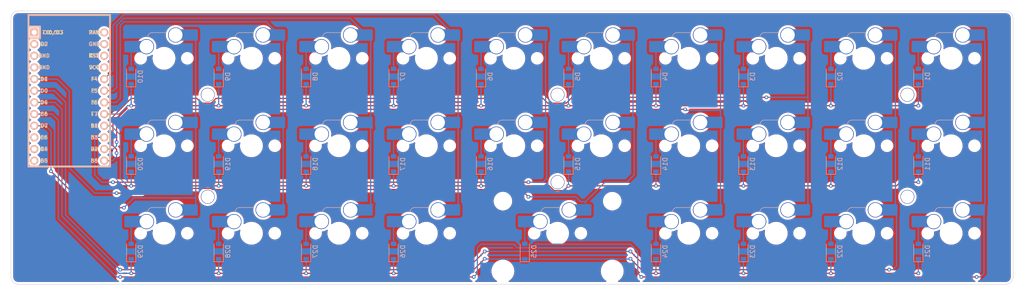
<source format=kicad_pcb>
(kicad_pcb (version 20211014) (generator pcbnew)
  (layers (0 "F.Cu" signal) (31 "B.Cu" signal) (34 "B.Paste" user) (35 "F.Paste" user) (36 "B.SilkS" user "B.Silkscreen") (37 "F.SilkS" user "F.Silkscreen") (38 "B.Mask" user) (39 "F.Mask" user) (44 "Edge.Cuts" user))
  (net 0 "")
  (net 12 "Net-(SW1-Pad1)")
  (net 13 "Net-(SW2-Pad1)")
  (net 14 "Net-(SW3-Pad1)")
  (net 15 "Net-(SW4-Pad1)")
  (net 16 "Net-(SW5-Pad1)")
  (net 17 "Net-(SW6-Pad1)")
  (net 18 "Net-(SW7-Pad1)")
  (net 19 "Net-(SW8-Pad1)")
  (net 20 "Net-(D11-Pad2)")
  (net 21 "Net-(D12-Pad2)")
  (net 22 "Net-(D13-Pad2)")
  (net 23 "Net-(D14-Pad2)")
  (net 24 "Net-(D15-Pad2)")
  (net 25 "Net-(D16-Pad2)")
  (net 26 "Net-(D17-Pad2)")
  (net 27 "Net-(D18-Pad2)")
  (net 28 "Net-(D19-Pad2)")
  (net 29 "Net-(D20-Pad2)")
  (net 30 "Net-(D21-Pad2)")
  (net 31 "Net-(D22-Pad2)")
  (net 32 "Net-(D23-Pad2)")
  (net 33 "Net-(D24-Pad2)")
  (net 34 "Net-(D25-Pad2)")
  (net 35 "Net-(D26-Pad2)")
  (net 36 "Net-(D27-Pad2)")
  (net 37 "Net-(D28-Pad2)")
  (net 38 "Net-(D29-Pad2)")
  (net 39 "A3")
  (net 40 "Net-(D9-Pad2)")
  (net 41 "Net-(D10-Pad2)")
  (net 42 "B3")
  (net 43 "A2")
  (net 44 "A1")
  (net 45 "B1")
  (net 46 "A0")
  (net 47 "B2")
  (net 48 "B6")
  (net 49 "D1")
  (net 50 "D4")
  (net 51 "C6")
  (net 52 "D0")
  (net 53 "D7")
  (footprint "keebio:ArduinoProMicro" (layer "F.Cu") (at 71.4375 55.168 -90)
    (fp_text reference "U1" hide)
    (fp_text value "ProMicro" hide)
  )
  (footprint "marbastlib_mx:STAB_MX_2u" (layer "F.Cu") (at 177.8 84.93125)
    (fp_text reference "S1" hide)
    (fp_text value "MX_stab")
  )
  (footprint "Diode_SMD:D_SOD-123" (layer "B.Cu") (at 199.23125 88.9 90)
    (fp_text reference "D24")
    (fp_text value "1N4148W")
  )
  (footprint "Diode_SMD:D_SOD-123" (layer "B.Cu") (at 84.93125 69.85 90)
    (fp_text reference "D20")
    (fp_text value "1N4148W")
  )
  (footprint "Diode_SMD:D_SOD-123" (layer "B.Cu") (at 103.98125 88.9 90)
    (fp_text reference "D28")
    (fp_text value "1N4148W")
  )
  (footprint "marbastlib_mx:SW_MX_HS_S_1u" (layer "B.Cu") (at 244.475 46.83125 180)
    (fp_text reference "SW2" hide)
    (fp_text value "MX_SW_HS" hide)
  )
  (footprint "Diode_SMD:D_SOD-123" (layer "B.Cu") (at 218.28125 88.9 90)
    (fp_text reference "D23")
    (fp_text value "1N4148W")
  )
  (footprint "Diode_SMD:D_SOD-123" (layer "B.Cu") (at 170.65625 88.9 90)
    (fp_text reference "D25")
    (fp_text value "1N4148W")
  )
  (footprint "Diode_SMD:D_SOD-123" (layer "B.Cu") (at 84.93125 88.9 90)
    (fp_text reference "D29")
    (fp_text value "1N4148W")
  )
  (footprint "marbastlib_mx:SW_MX_HS_S_1u" (layer "B.Cu") (at 92.075 84.93125 180)
    (fp_text reference "SW29" hide)
    (fp_text value "MX_SW_HS" hide)
  )
  (footprint "Diode_SMD:D_SOD-123" (layer "B.Cu") (at 142.08125 50.8 90)
    (fp_text reference "D7")
    (fp_text value "1N4148W")
  )
  (footprint "marbastlib_mx:SW_MX_HS_S_1u" (layer "B.Cu") (at 92.075 65.88125 180)
    (fp_text reference "SW20" hide)
    (fp_text value "MX_SW_HS" hide)
  )
  (footprint "marbastlib_mx:SW_MX_HS_S_1u" (layer "B.Cu") (at 130.175 46.83125 180)
    (fp_text reference "SW8" hide)
    (fp_text value "MX_SW_HS" hide)
  )
  (footprint "Diode_SMD:D_SOD-123" (layer "B.Cu") (at 142.08125 69.85 90)
    (fp_text reference "D17")
    (fp_text value "1N4148W")
  )
  (footprint "marbastlib_mx:SW_MX_HS_S_1u" (layer "B.Cu") (at 149.225 65.88125 180)
    (fp_text reference "SW17" hide)
    (fp_text value "MX_SW_HS" hide)
  )
  (footprint "marbastlib_mx:SW_MX_HS_S_1u" (layer "B.Cu") (at 225.425 46.83125 180)
    (fp_text reference "SW3" hide)
    (fp_text value "MX_SW_HS" hide)
  )
  (footprint "Diode_SMD:D_SOD-123" (layer "B.Cu") (at 199.23125 69.85 90)
    (fp_text reference "D14")
    (fp_text value "1N4148W")
  )
  (footprint "Diode_SMD:D_SOD-123" (layer "B.Cu") (at 123.03125 69.85 90)
    (fp_text reference "D18")
    (fp_text value "1N4148W")
  )
  (footprint "marbastlib_mx:SW_MX_HS_S_1u" (layer "B.Cu") (at 177.8 84.93125 180)
    (fp_text reference "SW25" hide)
    (fp_text value "MX_SW_HS" hide)
  )
  (footprint "Diode_SMD:D_SOD-123" (layer "B.Cu") (at 256.38125 88.9 90)
    (fp_text reference "D21")
    (fp_text value "1N4148W")
  )
  (footprint "marbastlib_mx:SW_MX_HS_S_1u" (layer "B.Cu") (at 149.225 46.83125 180)
    (fp_text reference "SW7" hide)
    (fp_text value "MX_SW_HS" hide)
  )
  (footprint "marbastlib_mx:SW_MX_HS_S_1u" (layer "B.Cu") (at 206.375 84.93125 180)
    (fp_text reference "SW24" hide)
    (fp_text value "MX_SW_HS" hide)
  )
  (footprint "Diode_SMD:D_SOD-123" (layer "B.Cu") (at 256.38125 50.8 90)
    (fp_text reference "D1")
    (fp_text value "1N4148W")
  )
  (footprint "Diode_SMD:D_SOD-123" (layer "B.Cu") (at 103.98125 50.8 90)
    (fp_text reference "D9")
    (fp_text value "1N4148W")
  )
  (footprint "Diode_SMD:D_SOD-123" (layer "B.Cu") (at 237.33125 69.85 90)
    (fp_text reference "D12")
    (fp_text value "1N4148W")
  )
  (footprint "Diode_SMD:D_SOD-123" (layer "B.Cu") (at 161.13125 50.8 90)
    (fp_text reference "D6")
    (fp_text value "1N4148W")
  )
  (footprint "marbastlib_mx:SW_MX_HS_S_1u" (layer "B.Cu") (at 168.275 46.83125 180)
    (fp_text reference "SW6" hide)
    (fp_text value "MX_SW_HS" hide)
  )
  (footprint "marbastlib_mx:SW_MX_HS_S_1u" (layer "B.Cu") (at 206.375 46.83125 180)
    (fp_text reference "SW4" hide)
    (fp_text value "MX_SW_HS" hide)
  )
  (footprint "Diode_SMD:D_SOD-123" (layer "B.Cu") (at 123.03125 50.8 90)
    (fp_text reference "D8")
    (fp_text value "1N4148W")
  )
  (footprint "marbastlib_mx:SW_MX_HS_S_1u" (layer "B.Cu") (at 225.425 84.93125 180)
    (fp_text reference "SW23" hide)
    (fp_text value "MX_SW_HS" hide)
  )
  (footprint "Diode_SMD:D_SOD-123" (layer "B.Cu") (at 237.33125 50.8 90)
    (fp_text reference "D2")
    (fp_text value "1N4148W")
  )
  (footprint "Diode_SMD:D_SOD-123" (layer "B.Cu") (at 180.18125 69.85 90)
    (fp_text reference "D15")
    (fp_text value "1N4148W")
  )
  (footprint "Diode_SMD:D_SOD-123" (layer "B.Cu") (at 237.33125 88.9 90)
    (fp_text reference "D22")
    (fp_text value "1N4148W")
  )
  (footprint "marbastlib_mx:SW_MX_HS_S_1u" (layer "B.Cu") (at 168.275 65.88125 180)
    (fp_text reference "SW16" hide)
    (fp_text value "MX_SW_HS" hide)
  )
  (footprint "Diode_SMD:D_SOD-123" (layer "B.Cu") (at 199.23125 50.8 90)
    (fp_text reference "D4")
    (fp_text value "1N4148W")
  )
  (footprint "marbastlib_mx:SW_MX_HS_S_1u" (layer "B.Cu") (at 111.125 84.93125 180)
    (fp_text reference "SW28" hide)
    (fp_text value "MX_SW_HS" hide)
  )
  (footprint "marbastlib_mx:SW_MX_HS_S_1u" (layer "B.Cu") (at 225.425 65.88125 180)
    (fp_text reference "SW13" hide)
    (fp_text value "MX_SW_HS" hide)
  )
  (footprint "marbastlib_mx:SW_MX_HS_S_1u" (layer "B.Cu") (at 130.175 65.88125 180)
    (fp_text reference "SW18" hide)
    (fp_text value "MX_SW_HS" hide)
  )
  (footprint "marbastlib_mx:SW_MX_HS_S_1u" (layer "B.Cu") (at 206.375 65.88125 180)
    (fp_text reference "SW14" hide)
    (fp_text value "MX_SW_HS" hide)
  )
  (footprint "marbastlib_mx:SW_MX_HS_S_1u" (layer "B.Cu") (at 263.525 46.83125 180)
    (fp_text reference "SW1" hide)
    (fp_text value "MX_SW_HS" hide)
  )
  (footprint "marbastlib_mx:SW_MX_HS_S_1u" (layer "B.Cu") (at 187.325 65.88125 180)
    (fp_text reference "SW15" hide)
    (fp_text value "MX_SW_HS" hide)
  )
  (footprint "Diode_SMD:D_SOD-123" (layer "B.Cu") (at 123.03125 88.9 90)
    (fp_text reference "D27")
    (fp_text value "1N4148W")
  )
  (footprint "marbastlib_mx:SW_MX_HS_S_1u" (layer "B.Cu") (at 111.125 65.88125 180)
    (fp_text reference "SW19" hide)
    (fp_text value "MX_SW_HS" hide)
  )
  (footprint "marbastlib_mx:SW_MX_HS_S_1u" (layer "B.Cu") (at 111.125 46.83125 180)
    (fp_text reference "SW9" hide)
    (fp_text value "MX_SW_HS" hide)
  )
  (footprint "Diode_SMD:D_SOD-123" (layer "B.Cu") (at 256.38125 69.85 90)
    (fp_text reference "D11")
    (fp_text value "1N4148W")
  )
  (footprint "marbastlib_mx:SW_MX_HS_S_1u" (layer "B.Cu") (at 244.475 65.88125 180)
    (fp_text reference "SW12" hide)
    (fp_text value "MX_SW_HS" hide)
  )
  (footprint "Diode_SMD:D_SOD-123" (layer "B.Cu") (at 142.08125 88.9 90)
    (fp_text reference "D26")
    (fp_text value "1N4148W")
  )
  (footprint "marbastlib_mx:SW_MX_HS_S_1u" (layer "B.Cu") (at 263.525 65.88125 180)
    (fp_text reference "SW11" hide)
    (fp_text value "MX_SW_HS" hide)
  )
  (footprint "Diode_SMD:D_SOD-123" (layer "B.Cu") (at 103.98125 69.85 90)
    (fp_text reference "D19")
    (fp_text value "1N4148W")
  )
  (footprint "Diode_SMD:D_SOD-123" (layer "B.Cu") (at 218.28125 50.8 90)
    (fp_text reference "D3")
    (fp_text value "1N4148W")
  )
  (footprint "Diode_SMD:D_SOD-123" (layer "B.Cu") (at 180.18125 50.8 90)
    (fp_text reference "D5")
    (fp_text value "1N4148W")
  )
  (footprint "marbastlib_mx:SW_MX_HS_S_1u" (layer "B.Cu") (at 187.325 46.83125 180)
    (fp_text reference "SW5" hide)
    (fp_text value "MX_SW_HS" hide)
  )
  (footprint "marbastlib_mx:SW_MX_HS_S_1u" (layer "B.Cu") (at 263.525 84.93125 180)
    (fp_text reference "SW21" hide)
    (fp_text value "MX_SW_HS" hide)
  )
  (footprint "Diode_SMD:D_SOD-123" (layer "B.Cu") (at 218.28125 69.85 90)
    (fp_text reference "D13")
    (fp_text value "1N4148W")
  )
  (footprint "Diode_SMD:D_SOD-123" (layer "B.Cu") (at 84.93125 50.8 90)
    (fp_text reference "D10")
    (fp_text value "1N4148W")
  )
  (footprint "marbastlib_mx:SW_MX_HS_S_1u" (layer "B.Cu") (at 130.175 84.93125 180)
    (fp_text reference "SW27" hide)
    (fp_text value "MX_SW_HS" hide)
  )
  (footprint "Diode_SMD:D_SOD-123" (layer "B.Cu") (at 161.13125 69.85 90)
    (fp_text reference "D16")
    (fp_text value "1N4148W")
  )
  (footprint "marbastlib_mx:SW_MX_HS_S_1u" (layer "B.Cu") (at 244.475 84.93125 180)
    (fp_text reference "SW22" hide)
    (fp_text value "MX_SW_HS" hide)
  )
  (footprint "marbastlib_mx:SW_MX_HS_S_1u" (layer "B.Cu") (at 149.225 84.93125 180)
    (fp_text reference "SW26" hide)
    (fp_text value "MX_SW_HS" hide)
  )
  (footprint "marbastlib_mx:SW_MX_HS_S_1u" (layer "B.Cu") (at 92.075 46.83125 180)
    (fp_text reference "SW10" hide)
    (fp_text value "MX_SW_HS" hide)
  )
  (gr_line (start 275.43125 96.04375) (end 60.325 96.04375) (layer "Edge.Cuts") (width 0.1))
  (gr_arc (start 58.7375 38.1) (mid 59.202468 36.977468) (end 60.325 36.5125) (layer "Edge.Cuts") (width 0.1))
  (gr_arc (start 275.43125 36.5125) (mid 276.553782 36.977468) (end 277.01875 38.1) (layer "Edge.Cuts") (width 0.1))
  (gr_arc (start 277.01875 94.45625) (mid 276.553782 95.578782) (end 275.43125 96.04375) (layer "Edge.Cuts") (width 0.1))
  (gr_arc (start 60.325 96.04375) (mid 59.202468 95.578782) (end 58.7375 94.45625) (layer "Edge.Cuts") (width 0.1))
  (gr_line (start 60.325 36.5125) (end 275.43125 36.5125) (layer "Edge.Cuts") (width 0.1))
  (gr_line (start 58.7375 94.45625) (end 58.7375 38.1) (layer "Edge.Cuts") (width 0.1))
  (gr_line (start 277.01875 38.1) (end 277.01875 94.45625) (layer "Edge.Cuts") (width 0.1))
  (via (at 254 54.76875) (size 3) (drill 2.8) (layers "F.Cu" "B.Cu") (net 0))
  (via (at 177.8 54.76875) (size 3) (drill 2.8) (layers "F.Cu" "B.Cu") (net 0))
  (via (at 101.6 76.99375) (size 3) (drill 2.8) (layers "F.Cu" "B.Cu") (net 0))
  (via (at 101.6 54.76875) (size 3) (drill 2.8) (layers "F.Cu" "B.Cu") (net 0))
  (via (at 254 76.99375) (size 3) (drill 2.8) (layers "F.Cu" "B.Cu") (net 0))
  (via (at 177.8 73.81875) (size 3) (drill 2.8) (layers "F.Cu" "B.Cu") (net 0))
  (segment (start 256.165 44.29125) (end 256.38125 44.5075) (width 0.25) (layer "B.Cu") (net 12))
  (segment (start 256.38125 44.5075) (end 256.38125 49.15) (width 0.25) (layer "B.Cu") (net 12))
  (segment (start 237.33125 44.5075) (end 237.33125 49.15) (width 0.25) (layer "B.Cu") (net 13))
  (segment (start 237.115 44.29125) (end 237.33125 44.5075) (width 0.25) (layer "B.Cu") (net 13))
  (segment (start 218.28125 44.5075) (end 218.28125 49.15) (width 0.25) (layer "B.Cu") (net 14))
  (segment (start 218.065 44.29125) (end 218.28125 44.5075) (width 0.25) (layer "B.Cu") (net 14))
  (segment (start 199.23125 44.5075) (end 199.23125 49.15) (width 0.25) (layer "B.Cu") (net 15))
  (segment (start 199.015 44.29125) (end 199.23125 44.5075) (width 0.25) (layer "B.Cu") (net 15))
  (segment (start 180.18125 44.5075) (end 180.18125 49.15) (width 0.25) (layer "B.Cu") (net 16))
  (segment (start 179.965 44.29125) (end 180.18125 44.5075) (width 0.25) (layer "B.Cu") (net 16))
  (segment (start 160.915 44.29125) (end 161.13125 44.5075) (width 0.25) (layer "B.Cu") (net 17))
  (segment (start 161.13125 44.5075) (end 161.13125 49.15) (width 0.25) (layer "B.Cu") (net 17))
  (segment (start 141.865 44.29125) (end 142.08125 44.5075) (width 0.25) (layer "B.Cu") (net 18))
  (segment (start 142.08125 44.5075) (end 142.08125 49.15) (width 0.25) (layer "B.Cu") (net 18))
  (segment (start 122.815 44.29125) (end 123.03125 44.5075) (width 0.25) (layer "B.Cu") (net 19))
  (segment (start 123.03125 44.5075) (end 123.03125 49.15) (width 0.25) (layer "B.Cu") (net 19))
  (segment (start 256.38125 63.5575) (end 256.38125 68.2) (width 0.25) (layer "B.Cu") (net 20))
  (segment (start 256.165 63.34125) (end 256.38125 63.5575) (width 0.25) (layer "B.Cu") (net 20))
  (segment (start 237.33125 63.5575) (end 237.33125 68.2) (width 0.25) (layer "B.Cu") (net 21))
  (segment (start 237.115 63.34125) (end 237.33125 63.5575) (width 0.25) (layer "B.Cu") (net 21))
  (segment (start 218.065 63.34125) (end 218.28125 63.5575) (width 0.25) (layer "B.Cu") (net 22))
  (segment (start 218.28125 63.5575) (end 218.28125 68.2) (width 0.25) (layer "B.Cu") (net 22))
  (segment (start 199.015 63.34125) (end 199.23125 63.5575) (width 0.25) (layer "B.Cu") (net 23))
  (segment (start 199.23125 63.5575) (end 199.23125 68.2) (width 0.25) (layer "B.Cu") (net 23))
  (segment (start 179.965 63.34125) (end 180.18125 63.5575) (width 0.25) (layer "B.Cu") (net 24))
  (segment (start 180.18125 63.5575) (end 180.18125 68.2) (width 0.25) (layer "B.Cu") (net 24))
  (segment (start 160.915 63.34125) (end 161.13125 63.5575) (width 0.25) (layer "B.Cu") (net 25))
  (segment (start 161.13125 63.5575) (end 161.13125 68.2) (width 0.25) (layer "B.Cu") (net 25))
  (segment (start 141.865 63.34125) (end 142.08125 63.5575) (width 0.25) (layer "B.Cu") (net 26))
  (segment (start 142.08125 63.5575) (end 142.08125 68.2) (width 0.25) (layer "B.Cu") (net 26))
  (segment (start 122.815 63.34125) (end 123.03125 63.5575) (width 0.25) (layer "B.Cu") (net 27))
  (segment (start 123.03125 63.5575) (end 123.03125 68.2) (width 0.25) (layer "B.Cu") (net 27))
  (segment (start 103.765 63.34125) (end 103.98125 63.5575) (width 0.25) (layer "B.Cu") (net 28))
  (segment (start 103.98125 63.5575) (end 103.98125 68.2) (width 0.25) (layer "B.Cu") (net 28))
  (segment (start 84.93125 63.5575) (end 84.93125 68.2) (width 0.25) (layer "B.Cu") (net 29))
  (segment (start 84.715 63.34125) (end 84.93125 63.5575) (width 0.25) (layer "B.Cu") (net 29))
  (segment (start 256.38125 82.6075) (end 256.38125 87.25) (width 0.25) (layer "B.Cu") (net 30))
  (segment (start 256.165 82.39125) (end 256.38125 82.6075) (width 0.25) (layer "B.Cu") (net 30))
  (segment (start 237.33125 82.6075) (end 237.33125 87.25) (width 0.25) (layer "B.Cu") (net 31))
  (segment (start 237.115 82.39125) (end 237.33125 82.6075) (width 0.25) (layer "B.Cu") (net 31))
  (segment (start 218.28125 82.6075) (end 218.28125 87.25) (width 0.25) (layer "B.Cu") (net 32))
  (segment (start 218.065 82.39125) (end 218.28125 82.6075) (width 0.25) (layer "B.Cu") (net 32))
  (segment (start 199.015 82.39125) (end 199.23125 82.6075) (width 0.25) (layer "B.Cu") (net 33))
  (segment (start 199.23125 82.6075) (end 199.23125 87.25) (width 0.25) (layer "B.Cu") (net 33))
  (segment (start 170.65625 82.6075) (end 170.65625 87.25) (width 0.25) (layer "B.Cu") (net 34))
  (segment (start 170.44 82.39125) (end 170.65625 82.6075) (width 0.25) (layer "B.Cu") (net 34))
  (segment (start 141.865 82.39125) (end 142.08125 82.6075) (width 0.25) (layer "B.Cu") (net 35))
  (segment (start 142.08125 82.6075) (end 142.08125 87.25) (width 0.25) (layer "B.Cu") (net 35))
  (segment (start 122.815 82.39125) (end 123.03125 82.6075) (width 0.25) (layer "B.Cu") (net 36))
  (segment (start 123.03125 82.6075) (end 123.03125 87.25) (width 0.25) (layer "B.Cu") (net 36))
  (segment (start 103.98125 82.6075) (end 103.98125 87.25) (width 0.25) (layer "B.Cu") (net 37))
  (segment (start 103.765 82.39125) (end 103.98125 82.6075) (width 0.25) (layer "B.Cu") (net 37))
  (segment (start 84.715 82.39125) (end 84.93125 82.6075) (width 0.25) (layer "B.Cu") (net 38))
  (segment (start 84.93125 82.6075) (end 84.93125 87.25) (width 0.25) (layer "B.Cu") (net 38))
  (segment (start 150.87 37.30625) (end 83.34375 37.30625) (width 0.25) (layer "B.Cu") (net 39))
  (segment (start 80.9625 49.453) (end 79.0575 51.358) (width 0.25) (layer "B.Cu") (net 39))
  (segment (start 156.133428 79.032822) (end 155.315 79.85125) (width 0.25) (layer "B.Cu") (net 39))
  (segment (start 156.133428 42.569678) (end 156.133428 79.032822) (width 0.25) (layer "B.Cu") (net 39))
  (segment (start 83.34375 37.30625) (end 80.9625 39.6875) (width 0.25) (layer "B.Cu") (net 39))
  (segment (start 155.315 41.75125) (end 156.133428 42.569678) (width 0.25) (layer "B.Cu") (net 39))
  (segment (start 155.315 41.75125) (end 150.87 37.30625) (width 0.25) (layer "B.Cu") (net 39))
  (segment (start 80.9625 39.6875) (end 80.9625 49.453) (width 0.25) (layer "B.Cu") (net 39))
  (segment (start 156.133428 59.982822) (end 155.315 60.80125) (width 0.25) (layer "B.Cu") (net 39))
  (segment (start 155.315 60.80125) (end 156.133428 61.619678) (width 0.25) (layer "B.Cu") (net 39))
  (segment (start 103.98125 44.5075) (end 103.98125 49.15) (width 0.25) (layer "B.Cu") (net 40))
  (segment (start 103.765 44.29125) (end 103.98125 44.5075) (width 0.25) (layer "B.Cu") (net 40))
  (segment (start 84.93125 44.5075) (end 84.93125 49.15) (width 0.25) (layer "B.Cu") (net 41))
  (segment (start 84.715 44.29125) (end 84.93125 44.5075) (width 0.25) (layer "B.Cu") (net 41))
  (segment (start 171.45 73.81875) (end 80.9625 73.81875) (width 0.25) (layer "F.Cu") (net 42))
  (via (at 171.45 73.81875) (size 0.8) (drill 0.4) (layers "F.Cu" "B.Cu") (net 42))
  (via (at 80.9625 73.81875) (size 0.8) (drill 0.4) (layers "F.Cu" "B.Cu") (net 42))
  (segment (start 77.2295 64.058) (end 79.0575 64.058) (width 0.25) (layer "B.Cu") (net 42))
  (segment (start 175.41875 73.025) (end 174.625 73.81875) (width 0.25) (layer "B.Cu") (net 42))
  (segment (start 76.99375 64.29375) (end 77.2295 64.058) (width 0.25) (layer "B.Cu") (net 42))
  (segment (start 174.365 41.75125) (end 175.183428 42.569678) (width 0.25) (layer "B.Cu") (net 42))
  (segment (start 175.183428 59.982822) (end 174.365 60.80125) (width 0.25) (layer "B.Cu") (net 42))
  (segment (start 78.58125 73.81875) (end 76.99375 72.23125) (width 0.25) (layer "B.Cu") (net 42))
  (segment (start 175.41875 61.855) (end 175.41875 73.025) (width 0.25) (layer "B.Cu") (net 42))
  (segment (start 76.99375 72.23125) (end 76.99375 64.29375) (width 0.25) (layer "B.Cu") (net 42))
  (segment (start 174.365 60.80125) (end 175.41875 61.855) (width 0.25) (layer "B.Cu") (net 42))
  (segment (start 174.625 73.81875) (end 171.45 73.81875) (width 0.25) (layer "B.Cu") (net 42))
  (segment (start 80.9625 73.81875) (end 78.58125 73.81875) (width 0.25) (layer "B.Cu") (net 42))
  (segment (start 175.183428 42.569678) (end 175.183428 59.982822) (width 0.25) (layer "B.Cu") (net 42))
  (segment (start 137.083428 42.569678) (end 137.083428 79.032822) (width 0.25) (layer "B.Cu") (net 43))
  (segment (start 136.265 41.75125) (end 137.083428 42.569678) (width 0.25) (layer "B.Cu") (net 43))
  (segment (start 132.61375 38.1) (end 83.34375 38.1) (width 0.25) (layer "B.Cu") (net 43))
  (segment (start 137.540535 78.575715) (end 136.265 79.85125) (width 0.25) (layer "B.Cu") (net 43))
  (segment (start 81.75625 39.6875) (end 81.75625 53.18125) (width 0.25) (layer "B.Cu") (net 43))
  (segment (start 81.0395 53.898) (end 79.0575 53.898) (width 0.25) (layer "B.Cu") (net 43))
  (segment (start 83.34375 38.1) (end 81.75625 39.6875) (width 0.25) (layer "B.Cu") (net 43))
  (segment (start 136.265 60.80125) (end 137.540535 62.076785) (width 0.25) (layer "B.Cu") (net 43))
  (segment (start 136.265 41.75125) (end 132.61375 38.1) (width 0.25) (layer "B.Cu") (net 43))
  (segment (start 137.083428 79.032822) (end 136.265 79.85125) (width 0.25) (layer "B.Cu") (net 43))
  (segment (start 137.083428 59.982822) (end 136.265 60.80125) (width 0.25) (layer "B.Cu") (net 43))
  (segment (start 81.75625 53.18125) (end 81.0395 53.898) (width 0.25) (layer "B.Cu") (net 43))
  (segment (start 83.34375 38.89375) (end 82.55 39.6875) (width 0.25) (layer "B.Cu") (net 44))
  (segment (start 117.215 41.75125) (end 114.3575 38.89375) (width 0.25) (layer "B.Cu") (net 44))
  (segment (start 118.033428 59.982822) (end 117.215 60.80125) (width 0.25) (layer "B.Cu") (net 44))
  (segment (start 82.55 55.5625) (end 81.6745 56.438) (width 0.25) (layer "B.Cu") (net 44))
  (segment (start 81.6745 56.438) (end 79.0575 56.438) (width 0.25) (layer "B.Cu") (net 44))
  (segment (start 117.215 41.75125) (end 118.033428 42.569678) (width 0.25) (layer "B.Cu") (net 44))
  (segment (start 117.215 60.80125) (end 118.033428 61.619678) (width 0.25) (layer "B.Cu") (net 44))
  (segment (start 118.033428 42.569678) (end 118.033428 79.032822) (width 0.25) (layer "B.Cu") (net 44))
  (segment (start 82.55 39.6875) (end 82.55 55.5625) (width 0.25) (layer "B.Cu") (net 44))
  (segment (start 118.033428 79.032822) (end 117.215 79.85125) (width 0.25) (layer "B.Cu") (net 44))
  (segment (start 114.3575 38.89375) (end 83.34375 38.89375) (width 0.25) (layer "B.Cu") (net 44))
  (segment (start 252.4125 73.81875) (end 256.38125 73.81875) (width 0.25) (layer "F.Cu") (net 45))
  (segment (start 103.98125 74.6125) (end 123.03125 74.6125) (width 0.25) (layer "F.Cu") (net 45))
  (segment (start 161.13125 74.6125) (end 176.01281 74.6125) (width 0.25) (layer "F.Cu") (net 45))
  (segment (start 251.61875 74.6125) (end 252.4125 73.81875) (width 0.25) (layer "F.Cu") (net 45))
  (segment (start 177.04406 75.64375) (end 179.15 75.64375) (width 0.25) (layer "F.Cu") (net 45))
  (segment (start 218.28125 74.6125) (end 237.33125 74.6125) (width 0.25) (layer "F.Cu") (net 45))
  (segment (start 237.33125 74.6125) (end 251.61875 74.6125) (width 0.25) (layer "F.Cu") (net 45))
  (segment (start 199.23125 74.6125) (end 218.28125 74.6125) (width 0.25) (layer "F.Cu") (net 45))
  (segment (start 84.93125 74.6125) (end 103.98125 74.6125) (width 0.25) (layer "F.Cu") (net 45))
  (segment (start 123.03125 74.6125) (end 142.08125 74.6125) (width 0.25) (layer "F.Cu") (net 45))
  (segment (start 179.15 75.64375) (end 180.18125 74.6125) (width 0.25) (layer "F.Cu") (net 45))
  (segment (start 180.18125 74.6125) (end 199.23125 74.6125) (width 0.25) (layer "F.Cu") (net 45))
  (segment (start 142.08125 74.6125) (end 161.13125 74.6125) (width 0.25) (layer "F.Cu") (net 45))
  (segment (start 176.01281 74.6125) (end 177.04406 75.64375) (width 0.25) (layer "F.Cu") (net 45))
  (via (at 180.18125 74.6125) (size 0.8) (drill 0.4) (layers "F.Cu" "B.Cu") (net 45))
  (via (at 103.98125 74.6125) (size 0.8) (drill 0.4) (layers "F.Cu" "B.Cu") (net 45))
  (via (at 123.03125 74.6125) (size 0.8) (drill 0.4) (layers "F.Cu" "B.Cu") (net 45))
  (via (at 161.13125 74.6125) (size 0.8) (drill 0.4) (layers "F.Cu" "B.Cu") (net 45))
  (via (at 84.93125 74.6125) (size 0.8) (drill 0.4) (layers "F.Cu" "B.Cu") (net 45))
  (via (at 199.23125 74.6125) (size 0.8) (drill 0.4) (layers "F.Cu" "B.Cu") (net 45))
  (via (at 142.08125 74.6125) (size 0.8) (drill 0.4) (layers "F.Cu" "B.Cu") (net 45))
  (via (at 256.38125 73.81875) (size 0.8) (drill 0.4) (layers "F.Cu" "B.Cu") (net 45))
  (via (at 237.33125 74.6125) (size 0.8) (drill 0.4) (layers "F.Cu" "B.Cu") (net 45))
  (via (at 218.28125 74.6125) (size 0.8) (drill 0.4) (layers "F.Cu" "B.Cu") (net 45))
  (segment (start 161.13125 74.6125) (end 161.13125 71.5) (width 0.25) (layer "B.Cu") (net 45))
  (segment (start 142.08125 74.6125) (end 142.08125 71.5) (width 0.25) (layer "B.Cu") (net 45))
  (segment (start 199.23125 74.6125) (end 199.23125 71.5) (width 0.25) (layer "B.Cu") (net 45))
  (segment (start 237.33125 74.6125) (end 237.33125 71.5) (width 0.25) (layer "B.Cu") (net 45))
  (segment (start 123.03125 74.6125) (end 123.03125 71.5) (width 0.25) (layer "B.Cu") (net 45))
  (segment (start 180.18125 74.6125) (end 180.18125 71.5) (width 0.25) (layer "B.Cu") (net 45))
  (segment (start 82.55 63.5) (end 80.568 61.518) (width 0.25) (layer "B.Cu") (net 45))
  (segment (start 103.98125 74.6125) (end 103.98125 71.5) (width 0.25) (layer "B.Cu") (net 45))
  (segment (start 84.93125 74.6125) (end 84.1375 74.6125) (width 0.25) (layer "B.Cu") (net 45))
  (segment (start 84.93125 71.5) (end 84.93125 74.6125) (width 0.25) (layer "B.Cu") (net 45))
  (segment (start 80.568 61.518) (end 79.0575 61.518) (width 0.25) (layer "B.Cu") (net 45))
  (segment (start 82.55 73.025) (end 82.55 63.5) (width 0.25) (layer "B.Cu") (net 45))
  (segment (start 218.28125 74.6125) (end 218.28125 71.5) (width 0.25) (layer "B.Cu") (net 45))
  (segment (start 84.1375 74.6125) (end 82.55 73.025) (width 0.25) (layer "B.Cu") (net 45))
  (segment (start 256.38125 73.81875) (end 256.38125 71.5) (width 0.25) (layer "B.Cu") (net 45))
  (segment (start 142.08125 57.15) (end 161.13125 57.15) (width 0.25) (layer "F.Cu") (net 46))
  (segment (start 103.98125 57.15) (end 123.03125 57.15) (width 0.25) (layer "F.Cu") (net 46))
  (segment (start 123.03125 57.15) (end 142.08125 57.15) (width 0.25) (layer "F.Cu") (net 46))
  (segment (start 199.23125 57.15) (end 218.28125 57.15) (width 0.25) (layer "F.Cu") (net 46))
  (segment (start 84.93125 57.15) (end 103.98125 57.15) (width 0.25) (layer "F.Cu") (net 46))
  (segment (start 180.18125 57.15) (end 199.23125 57.15) (width 0.25) (layer "F.Cu") (net 46))
  (segment (start 161.13125 57.15) (end 180.18125 57.15) (width 0.25) (layer "F.Cu") (net 46))
  (segment (start 237.33125 57.15) (end 256.38125 57.15) (width 0.25) (layer "F.Cu") (net 46))
  (segment (start 218.28125 57.15) (end 237.33125 57.15) (width 0.25) (layer "F.Cu") (net 46))
  (via (at 161.13125 57.15) (size 0.8) (drill 0.4) (layers "F.Cu" "B.Cu") (net 46))
  (via (at 180.18125 57.15) (size 0.8) (drill 0.4) (layers "F.Cu" "B.Cu") (net 46))
  (via (at 256.38125 57.15) (size 0.8) (drill 0.4) (layers "F.Cu" "B.Cu") (net 46))
  (via (at 199.23125 57.15) (size 0.8) (drill 0.4) (layers "F.Cu" "B.Cu") (net 46))
  (via (at 218.28125 57.15) (size 0.8) (drill 0.4) (layers "F.Cu" "B.Cu") (net 46))
  (via (at 84.93125 57.15) (size 0.8) (drill 0.4) (layers "F.Cu" "B.Cu") (net 46))
  (via (at 123.03125 57.15) (size 0.8) (drill 0.4) (layers "F.Cu" "B.Cu") (net 46))
  (via (at 142.08125 57.15) (size 0.8) (drill 0.4) (layers "F.Cu" "B.Cu") (net 46))
  (via (at 103.98125 57.15) (size 0.8) (drill 0.4) (layers "F.Cu" "B.Cu") (net 46))
  (via (at 237.33125 57.15) (size 0.8) (drill 0.4) (layers "F.Cu" "B.Cu") (net 46))
  (segment (start 199.23125 52.45) (end 199.23125 57.15) (width 0.25) (layer "B.Cu") (net 46))
  (segment (start 256.38125 57.15) (end 256.38125 52.45) (width 0.25) (layer "B.Cu") (net 46))
  (segment (start 123.03125 52.45) (end 123.03125 57.15) (width 0.25) (layer "B.Cu") (net 46))
  (segment (start 142.08125 52.45) (end 142.08125 57.15) (width 0.25) (layer "B.Cu") (net 46))
  (segment (start 180.18125 52.45) (end 180.18125 57.15) (width 0.25) (layer "B.Cu") (net 46))
  (segment (start 103.98125 52.45) (end 103.98125 57.15) (width 0.25) (layer "B.Cu") (net 46))
  (segment (start 218.28125 52.45) (end 218.28125 57.15) (width 0.25) (layer "B.Cu") (net 46))
  (segment (start 84.93125 57.15) (end 84.1375 57.15) (width 0.25) (layer "B.Cu") (net 46))
  (segment (start 237.33125 52.45) (end 237.33125 57.15) (width 0.25) (layer "B.Cu") (net 46))
  (segment (start 84.1375 57.15) (end 82.3095 58.978) (width 0.25) (layer "B.Cu") (net 46))
  (segment (start 82.3095 58.978) (end 79.0575 58.978) (width 0.25) (layer "B.Cu") (net 46))
  (segment (start 161.13125 52.45) (end 161.13125 57.15) (width 0.25) (layer "B.Cu") (net 46))
  (segment (start 84.93125 52.45) (end 84.93125 57.15) (width 0.25) (layer "B.Cu") (net 46))
  (segment (start 82.55 60.325) (end 81.75625 61.11875) (width 0.25) (layer "F.Cu") (net 47))
  (segment (start 81.75625 61.11875) (end 81.75625 65.0875) (width 0.25) (layer "F.Cu") (net 47))
  (segment (start 84.93125 57.94375) (end 82.55 60.325) (width 0.25) (layer "F.Cu") (net 47))
  (segment (start 205.58125 57.94375) (end 84.93125 57.94375) (width 0.25) (layer "F.Cu") (net 47))
  (via (at 81.75625 65.0875) (size 0.8) (drill 0.4) (layers "F.Cu" "B.Cu") (net 47))
  (via (at 205.58125 57.94375) (size 0.8) (drill 0.4) (layers "F.Cu" "B.Cu") (net 47))
  (segment (start 81.0395 66.598) (end 79.0575 66.598) (width 0.25) (layer "B.Cu") (net 47))
  (segment (start 213.283428 58.179072) (end 213.283428 79.032822) (width 0.25) (layer "B.Cu") (net 47))
  (segment (start 212.465 60.80125) (end 213.283428 61.619678) (width 0.25) (layer "B.Cu") (net 47))
  (segment (start 205.816572 58.179072) (end 205.58125 57.94375) (width 0.25) (layer "B.Cu") (net 47))
  (segment (start 213.283428 79.032822) (end 212.465 79.85125) (width 0.25) (layer "B.Cu") (net 47))
  (segment (start 81.75625 65.88125) (end 81.0395 66.598) (width 0.25) (layer "B.Cu") (net 47))
  (segment (start 213.283428 59.982822) (end 212.465 60.80125) (width 0.25) (layer "B.Cu") (net 47))
  (segment (start 212.465 41.75125) (end 213.283428 42.569678) (width 0.25) (layer "B.Cu") (net 47))
  (segment (start 213.283428 58.179072) (end 205.816572 58.179072) (width 0.25) (layer "B.Cu") (net 47))
  (segment (start 213.283428 42.569678) (end 213.283428 58.179072) (width 0.25) (layer "B.Cu") (net 47))
  (segment (start 81.75625 65.0875) (end 81.75625 65.88125) (width 0.25) (layer "B.Cu") (net 47))
  (segment (start 80.9625 59.53125) (end 80.9625 63.5) (width 0.25) (layer "F.Cu") (net 48))
  (segment (start 175.65625 56.59375) (end 174.625 55.5625) (width 0.25) (layer "F.Cu") (net 48))
  (segment (start 103.38719 55.5625) (end 102.35594 56.59375) (width 0.25) (layer "F.Cu") (net 48))
  (segment (start 174.625 55.5625) (end 103.38719 55.5625) (width 0.25) (layer "F.Cu") (net 48))
  (segment (start 100.25 56.59375) (end 99.21875 55.5625) (width 0.25) (layer "F.Cu") (net 48))
  (segment (start 180.978767 55.327178) (end 179.712195 56.59375) (width 0.25) (layer "F.Cu") (net 48))
  (segment (start 80.9625 65.88125) (end 81.75625 66.675) (width 0.25) (layer "F.Cu") (net 48))
  (segment (start 84.93125 55.5625) (end 80.9625 59.53125) (width 0.25) (layer "F.Cu") (net 48))
  (segment (start 102.35594 56.59375) (end 100.25 56.59375) (width 0.25) (layer "F.Cu") (net 48))
  (segment (start 99.21875 55.5625) (end 84.93125 55.5625) (width 0.25) (layer "F.Cu") (net 48))
  (segment (start 179.712195 56.59375) (end 175.65625 56.59375) (width 0.25) (layer "F.Cu") (net 48))
  (segment (start 81.75625 66.675) (end 81.75625 67.46875) (width 0.25) (layer "F.Cu") (net 48))
  (segment (start 223.279072 55.327178) (end 180.978767 55.327178) (width 0.25) (layer "F.Cu") (net 48))
  (segment (start 80.9625 63.5) (end 80.9625 65.88125) (width 0.25) (layer "F.Cu") (net 48))
  (via (at 223.279072 55.327178) (size 0.8) (drill 0.4) (layers "F.Cu" "B.Cu") (net 48))
  (via (at 81.75625 67.46875) (size 0.8) (drill 0.4) (layers "F.Cu" "B.Cu") (net 48))
  (segment (start 80.88075 69.138) (end 79.0575 69.138) (width 0.25) (layer "B.Cu") (net 48))
  (segment (start 232.333428 79.032822) (end 231.515 79.85125) (width 0.25) (layer "B.Cu") (net 48))
  (segment (start 232.333428 42.569678) (end 232.333428 55.327178) (width 0.25) (layer "B.Cu") (net 48))
  (segment (start 81.75625 67.46875) (end 81.75625 68.2625) (width 0.25) (layer "B.Cu") (net 48))
  (segment (start 232.333428 55.327178) (end 232.333428 79.032822) (width 0.25) (layer "B.Cu") (net 48))
  (segment (start 231.515 60.80125) (end 232.333428 61.619678) (width 0.25) (layer "B.Cu") (net 48))
  (segment (start 232.333428 55.327178) (end 223.279072 55.327178) (width 0.25) (layer "B.Cu") (net 48))
  (segment (start 232.333428 59.982822) (end 231.515 60.80125) (width 0.25) (layer "B.Cu") (net 48))
  (segment (start 81.75625 68.2625) (end 80.88075 69.138) (width 0.25) (layer "B.Cu") (net 48))
  (segment (start 231.515 41.75125) (end 232.333428 42.569678) (width 0.25) (layer "B.Cu") (net 48))
  (segment (start 87.3125 76.2) (end 81.75625 76.2) (width 0.25) (layer "F.Cu") (net 49))
  (segment (start 171.45 76.99375) (end 169.8625 75.40625) (width 0.25) (layer "F.Cu") (net 49))
  (segment (start 102.35594 75.16875) (end 88.34375 75.16875) (width 0.25) (layer "F.Cu") (net 49))
  (segment (start 168.275 75.40625) (end 102.59344 75.40625) (width 0.25) (layer "F.Cu") (net 49))
  (segment (start 169.8625 75.40625) (end 168.275 75.40625) (width 0.25) (layer "F.Cu") (net 49))
  (segment (start 102.59344 75.40625) (end 102.35594 75.16875) (width 0.25) (layer "F.Cu") (net 49))
  (segment (start 88.34375 75.16875) (end 87.3125 76.2) (width 0.25) (layer "F.Cu") (net 49))
  (via (at 81.75625 76.2) (size 0.8) (drill 0.4) (layers "F.Cu" "B.Cu") (net 49))
  (via (at 171.45 76.99375) (size 0.8) (drill 0.4) (layers "F.Cu" "B.Cu") (net 49))
  (segment (start 183.89 78.0475) (end 182.8225 78.0475) (width 0.25) (layer "B.Cu") (net 49))
  (segment (start 193.415 60.80125) (end 194.46875 61.855) (width 0.25) (layer "B.Cu") (net 49))
  (segment (start 194.233428 42.569678) (end 194.233428 59.982822) (width 0.25) (layer "B.Cu") (net 49))
  (segment (start 76.99375 76.2) (end 71.4375 70.64375) (width 0.25) (layer "B.Cu") (net 49))
  (segment (start 181.76875 76.99375) (end 171.45 76.99375) (width 0.25) (layer "B.Cu") (net 49))
  (segment (start 194.46875 72.23125) (end 192.88125 73.81875) (width 0.25) (layer "B.Cu") (net 49))
  (segment (start 182.8225 78.0475) (end 181.76875 76.99375) (width 0.25) (layer "B.Cu") (net 49))
  (segment (start 188.11875 73.81875) (end 183.89 78.0475) (width 0.25) (layer "B.Cu") (net 49))
  (segment (start 81.75625 76.2) (end 76.99375 76.2) (width 0.25) (layer "B.Cu") (net 49))
  (segment (start 192.88125 73.81875) (end 188.11875 73.81875) (width 0.25) (layer "B.Cu") (net 49))
  (segment (start 71.4375 53.975) (end 68.8205 51.358) (width 0.25) (layer "B.Cu") (net 49))
  (segment (start 194.46875 61.855) (end 194.46875 72.23125) (width 0.25) (layer "B.Cu") (net 49))
  (segment (start 194.233428 59.982822) (end 193.415 60.80125) (width 0.25) (layer "B.Cu") (net 49))
  (segment (start 71.4375 70.64375) (end 71.4375 53.975) (width 0.25) (layer "B.Cu") (net 49))
  (segment (start 68.8205 51.358) (end 63.8175 51.358) (width 0.25) (layer "B.Cu") (net 49))
  (segment (start 183.89 78.0475) (end 183.89 79.85125) (width 0.25) (layer "B.Cu") (net 49))
  (segment (start 193.415 41.75125) (end 194.233428 42.569678) (width 0.25) (layer "B.Cu") (net 49))
  (segment (start 193.675 90.4875) (end 196.85 93.6625) (width 0.25) (layer "F.Cu") (net 50))
  (segment (start 84.93125 93.6625) (end 103.98125 93.6625) (width 0.25) (layer "F.Cu") (net 50))
  (segment (start 237.33125 93.6625) (end 256.38125 93.6625) (width 0.25) (layer "F.Cu") (net 50))
  (segment (start 142.08125 93.6625) (end 158.75 93.6625) (width 0.25) (layer "F.Cu") (net 50))
  (segment (start 199.23125 93.6625) (end 218.28125 93.6625) (width 0.25) (layer "F.Cu") (net 50))
  (segment (start 103.98125 93.6625) (end 123.03125 93.6625) (width 0.25) (layer "F.Cu") (net 50))
  (segment (start 123.03125 93.6625) (end 142.08125 93.6625) (width 0.25) (layer "F.Cu") (net 50))
  (segment (start 158.75 93.6625) (end 161.925 90.4875) (width 0.25) (layer "F.Cu") (net 50))
  (segment (start 218.28125 93.6625) (end 237.33125 93.6625) (width 0.25) (layer "F.Cu") (net 50))
  (segment (start 196.85 93.6625) (end 199.23125 93.6625) (width 0.25) (layer "F.Cu") (net 50))
  (via (at 103.98125 93.6625) (size 0.8) (drill 0.4) (layers "F.Cu" "B.Cu") (net 50))
  (via (at 84.93125 93.6625) (size 0.8) (drill 0.4) (layers "F.Cu" "B.Cu") (net 50))
  (via (at 161.925 90.4875) (size 0.8) (drill 0.4) (layers "F.Cu" "B.Cu") (net 50))
  (via (at 218.28125 93.6625) (size 0.8) (drill 0.4) (layers "F.Cu" "B.Cu") (net 50))
  (via (at 256.38125 93.6625) (size 0.8) (drill 0.4) (layers "F.Cu" "B.Cu") (net 50))
  (via (at 123.03125 93.6625) (size 0.8) (drill 0.4) (layers "F.Cu" "B.Cu") (net 50))
  (via (at 199.23125 93.6625) (size 0.8) (drill 0.4) (layers "F.Cu" "B.Cu") (net 50))
  (via (at 237.33125 93.6625) (size 0.8) (drill 0.4) (layers "F.Cu" "B.Cu") (net 50))
  (via (at 193.675 90.4875) (size 0.8) (drill 0.4) (layers "F.Cu" "B.Cu") (net 50))
  (via (at 142.08125 93.6625) (size 0.8) (drill 0.4) (layers "F.Cu" "B.Cu") (net 50))
  (segment (start 193.6125 90.55) (end 193.675 90.4875) (width 0.25) (layer "B.Cu") (net 50))
  (segment (start 161.9875 90.55) (end 170.65625 90.55) (width 0.25) (layer "B.Cu") (net 50))
  (segment (start 69.85 81.194055) (end 69.85 57.94375) (width 0.25) (layer "B.Cu") (net 50))
  (segment (start 68.34425 56.438) (end 63.8175 56.438) (width 0.25) (layer "B.Cu") (net 50))
  (segment (start 218.28125 93.6625) (end 218.28125 90.55) (width 0.25) (layer "B.Cu") (net 50))
  (segment (start 142.08125 93.6625) (end 142.08125 90.55) (width 0.25) (layer "B.Cu") (net 50))
  (segment (start 170.65625 90.55) (end 193.6125 90.55) (width 0.25) (layer "B.Cu") (net 50))
  (segment (start 84.93125 93.6625) (end 82.318445 93.6625) (width 0.25) (layer "B.Cu") (net 50))
  (segment (start 84.93125 90.55) (end 84.93125 93.6625) (width 0.25) (layer "B.Cu") (net 50))
  (segment (start 123.03125 93.6625) (end 123.03125 90.55) (width 0.25) (layer "B.Cu") (net 50))
  (segment (start 237.33125 93.6625) (end 237.33125 90.55) (width 0.25) (layer "B.Cu") (net 50))
  (segment (start 256.38125 93.6625) (end 256.38125 90.55) (width 0.25) (layer "B.Cu") (net 50))
  (segment (start 82.318445 93.6625) (end 69.85 81.194055) (width 0.25) (layer "B.Cu") (net 50))
  (segment (start 199.23125 93.6625) (end 199.23125 90.55) (width 0.25) (layer "B.Cu") (net 50))
  (segment (start 161.925 90.4875) (end 161.9875 90.55) (width 0.25) (layer "B.Cu") (net 50))
  (segment (start 103.98125 93.6625) (end 103.98125 90.55) (width 0.25) (layer "B.Cu") (net 50))
  (segment (start 69.85 57.94375) (end 68.34425 56.438) (width 0.25) (layer "B.Cu") (net 50))
  (segment (start 159.54375 94.45625) (end 82.55 94.45625) (width 0.25) (layer "F.Cu") (net 51))
  (segment (start 269.08125 94.45625) (end 196.05625 94.45625) (width 0.25) (layer "F.Cu") (net 51))
  (via (at 196.05625 94.45625) (size 0.8) (drill 0.4) (layers "F.Cu" "B.Cu") (net 51))
  (via (at 269.08125 94.45625) (size 0.8) (drill 0.4) (layers "F.Cu" "B.Cu") (net 51))
  (via (at 82.55 94.45625) (size 0.8) (drill 0.4) (layers "F.Cu" "B.Cu") (net 51))
  (via (at 159.54375 94.45625) (size 0.8) (drill 0.4) (layers "F.Cu" "B.Cu") (net 51))
  (segment (start 172.24375 88.10625) (end 169.06875 88.10625) (width 0.25) (layer "B.Cu") (net 51))
  (segment (start 160.3375 88.10625) (end 160.3375 92.86875) (width 0.25) (layer "B.Cu") (net 51))
  (segment (start 270.890535 78.575715) (end 269.615 79.85125) (width 0.25) (layer "B.Cu") (net 51))
  (segment (start 195.2625 88.9) (end 193.675 87.3125) (width 0.25) (layer "B.Cu") (net 51))
  (segment (start 195.2625 93.6625) (end 195.2625 88.9) (width 0.25) (layer "B.Cu") (net 51))
  (segment (start 270.66875 80.905) (end 270.66875 93.6625) (width 0.25) (layer "B.Cu") (net 51))
  (segment (start 269.875 94.45625) (end 269.08125 94.45625) (width 0.25) (layer "B.Cu") (net 51))
  (segment (start 270.433428 59.982822) (end 269.615 60.80125) (width 0.25) (layer "B.Cu") (net 51))
  (segment (start 69.05625 60.325) (end 67.70925 58.978) (width 0.25) (layer "B.Cu") (net 51))
  (segment (start 160.3375 92.86875) (end 160.3375 93.6625) (width 0.25) (layer "B.Cu") (net 51))
  (segment (start 270.890535 43.026785) (end 270.890535 78.575715) (width 0.25) (layer "B.Cu") (net 51))
  (segment (start 269.615 79.85125) (end 270.66875 80.905) (width 0.25) (layer "B.Cu") (net 51))
  (segment (start 81.75625 94.45625) (end 69.05625 81.75625) (width 0.25) (layer "B.Cu") (net 51))
  (segment (start 169.06875 88.10625) (end 168.275 87.3125) (width 0.25) (layer "B.Cu") (net 51))
  (segment (start 69.05625 81.75625) (end 69.05625 60.325) (width 0.25) (layer "B.Cu") (net 51))
  (segment (start 193.675 87.3125) (end 173.0375 87.3125) (width 0.25) (layer "B.Cu") (net 51))
  (segment (start 161.13125 87.3125) (end 160.3375 88.10625) (width 0.25) (layer "B.Cu") (net 51))
  (segment (start 160.3375 93.6625) (end 159.54375 94.45625) (width 0.25) (layer "B.Cu") (net 51))
  (segment (start 269.615 60.80125) (end 270.433428 61.619678) (width 0.25) (layer "B.Cu") (net 51))
  (segment (start 173.0375 87.3125) (end 172.24375 88.10625) (width 0.25) (layer "B.Cu") (net 51))
  (segment (start 82.55 94.45625) (end 81.75625 94.45625) (width 0.25) (layer "B.Cu") (net 51))
  (segment (start 67.70925 58.978) (end 63.8175 58.978) (width 0.25) (layer "B.Cu") (net 51))
  (segment (start 196.05625 94.45625) (end 195.2625 93.6625) (width 0.25) (layer "B.Cu") (net 51))
  (segment (start 270.66875 93.6625) (end 269.875 94.45625) (width 0.25) (layer "B.Cu") (net 51))
  (segment (start 168.275 87.3125) (end 161.13125 87.3125) (width 0.25) (layer "B.Cu") (net 51))
  (segment (start 269.615 41.75125) (end 270.890535 43.026785) (width 0.25) (layer "B.Cu") (net 51))
  (segment (start 157.95625 92.86875) (end 157.1625 92.86875) (width 0.25) (layer "F.Cu") (net 52))
  (segment (start 161.925 88.9) (end 157.95625 92.86875) (width 0.25) (layer "F.Cu") (net 52))
  (segment (start 157.1625 92.86875) (end 82.55 92.86875) (width 0.25) (layer "F.Cu") (net 52))
  (segment (start 250.03125 92.86875) (end 197.64375 92.86875) (width 0.25) (layer "F.Cu") (net 52))
  (segment (start 197.64375 92.86875) (end 193.675 88.9) (width 0.25) (layer "F.Cu") (net 52))
  (via (at 161.925 88.9) (size 0.8) (drill 0.4) (layers "F.Cu" "B.Cu") (net 52))
  (via (at 82.55 92.86875) (size 0.8) (drill 0.4) (layers "F.Cu" "B.Cu") (net 52))
  (via (at 250.03125 92.86875) (size 0.8) (drill 0.4) (layers "F.Cu" "B.Cu") (net 52))
  (via (at 193.675 88.9) (size 0.8) (drill 0.4) (layers "F.Cu" "B.Cu") (net 52))
  (segment (start 250.825 92.86875) (end 250.03125 92.86875) (width 0.25) (layer "B.Cu") (net 52))
  (segment (start 251.383428 59.982822) (end 250.565 60.80125) (width 0.25) (layer "B.Cu") (net 52))
  (segment (start 250.565 41.75125) (end 251.383428 42.569678) (width 0.25) (layer "B.Cu") (net 52))
  (segment (start 251.383428 79.032822) (end 250.565 79.85125) (width 0.25) (layer "B.Cu") (net 52))
  (segment (start 250.565 79.85125) (end 251.61875 80.905) (width 0.25) (layer "B.Cu") (net 52))
  (segment (start 251.383428 42.569678) (end 251.383428 79.032822) (width 0.25) (layer "B.Cu") (net 52))
  (segment (start 251.61875 80.905) (end 251.61875 92.075) (width 0.25) (layer "B.Cu") (net 52))
  (segment (start 250.565 60.80125) (end 251.383428 61.619678) (width 0.25) (layer "B.Cu") (net 52))
  (segment (start 70.64375 80.9625) (end 70.64375 56.35625) (width 0.25) (layer "B.Cu") (net 52))
  (segment (start 68.1855 53.898) (end 63.8175 53.898) (width 0.25) (layer "B.Cu") (net 52))
  (segment (start 251.61875 92.075) (end 250.825 92.86875) (width 0.25) (layer "B.Cu") (net 52))
  (segment (start 82.55 92.86875) (end 70.64375 80.9625) (width 0.25) (layer "B.Cu") (net 52))
  (segment (start 193.675 88.9) (end 161.925 88.9) (width 0.25) (layer "B.Cu") (net 52))
  (segment (start 70.64375 56.35625) (end 68.1855 53.898) (width 0.25) (layer "B.Cu") (net 52))
  (segment (start 75.40625 79.375) (end 67.46875 71.4375) (width 0.25) (layer "F.Cu") (net 53))
  (segment (start 83.34375 79.375) (end 75.40625 79.375) (width 0.25) (layer "F.Cu") (net 53))
  (via (at 83.34375 79.375) (size 0.8) (drill 0.4) (layers "F.Cu" "B.Cu") (net 53))
  (via (at 67.46875 71.4375) (size 0.8) (drill 0.4) (layers "F.Cu" "B.Cu") (net 53))
  (segment (start 67.46875 71.4375) (end 67.46875 62.70625) (width 0.25) (layer "B.Cu") (net 53))
  (segment (start 66.2805 61.518) (end 63.8175 61.518) (width 0.25) (layer "B.Cu") (net 53))
  (segment (start 67.46875 62.70625) (end 66.2805 61.518) (width 0.25) (layer "B.Cu") (net 53))
  (segment (start 98.983428 59.982822) (end 98.165 60.80125) (width 0.25) (layer "B.Cu") (net 53))
  (segment (start 98.983428 77.229072) (end 85.489678 77.229072) (width 0.25) (layer "B.Cu") (net 53))
  (segment (start 98.165 41.75125) (end 98.983428 42.569678) (width 0.25) (layer "B.Cu") (net 53))
  (segment (start 85.489678 77.229072) (end 83.34375 79.375) (width 0.25) (layer "B.Cu") (net 53))
  (segment (start 98.983428 58.179072) (end 98.983428 75.641572) (width 0.25) (layer "B.Cu") (net 53))
  (segment (start 98.983428 77.229072) (end 98.983428 79.032822) (width 0.25) (layer "B.Cu") (net 53))
  (segment (start 98.983428 79.032822) (end 98.165 79.85125) (width 0.25) (layer "B.Cu") (net 53))
  (segment (start 98.983428 75.641572) (end 98.983428 77.229072) (width 0.25) (layer "B.Cu") (net 53))
  (segment (start 98.983428 42.569678) (end 98.983428 58.179072) (width 0.25) (layer "B.Cu") (net 53))
  (segment (start 98.165 60.80125) (end 98.983428 61.619678) (width 0.25) (layer "B.Cu") (net 53))
  (zone (net 0) (net_name "") (layers F&B.Cu) (connect_pads (clearance 0.508)) (min_thickness 0.254) (fill yes (thermal_gap 0.508) (thermal_bridge_width 0.508))
    (polygon (pts (xy 279.4 96.8375) (xy 56.35625 96.8375) (xy 56.35625 34.13125) (xy 279.4 34.13125)))
  )
)
</source>
